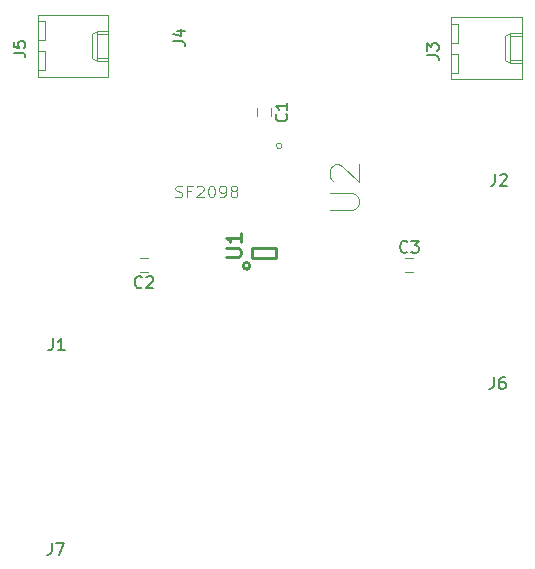
<source format=gto>
%TF.GenerationSoftware,KiCad,Pcbnew,(2017-10-17 revision 537804b)-master*%
%TF.CreationDate,2018-09-04T11:21:01+02:00*%
%TF.ProjectId,rf_matching,72665F6D61746368696E672E6B696361,rev?*%
%TF.SameCoordinates,Original*%
%TF.FileFunction,Legend,Top*%
%TF.FilePolarity,Positive*%
%FSLAX46Y46*%
G04 Gerber Fmt 4.6, Leading zero omitted, Abs format (unit mm)*
G04 Created by KiCad (PCBNEW (2017-10-17 revision 537804b)-master) date Tuesday, 04 September 2018 'AMt' 11:21:01*
%MOMM*%
%LPD*%
G01*
G04 APERTURE LIST*
%ADD10C,0.120000*%
%ADD11C,0.254000*%
%ADD12C,0.100000*%
%ADD13C,0.150000*%
%ADD14C,0.050000*%
G04 APERTURE END LIST*
D10*
%TO.C,C1*%
X165050000Y-82050000D02*
X165050000Y-81350000D01*
X166250000Y-81350000D02*
X166250000Y-82050000D01*
%TO.C,C2*%
X155800000Y-95250000D02*
X155100000Y-95250000D01*
X155100000Y-94050000D02*
X155800000Y-94050000D01*
%TO.C,C3*%
X178275000Y-95250000D02*
X177575000Y-95250000D01*
X177575000Y-94050000D02*
X178275000Y-94050000D01*
%TO.C,J3*%
X181430000Y-78920000D02*
X187430000Y-78920000D01*
X187430000Y-78920000D02*
X187430000Y-73640000D01*
X187430000Y-73640000D02*
X181430000Y-73640000D01*
X181430000Y-73640000D02*
X181430000Y-78920000D01*
X187430000Y-77550000D02*
X186430000Y-77550000D01*
X186430000Y-77550000D02*
X186430000Y-75010000D01*
X186430000Y-75010000D02*
X187430000Y-75010000D01*
X186430000Y-77550000D02*
X186000000Y-77300000D01*
X186000000Y-77300000D02*
X186000000Y-75260000D01*
X186000000Y-75260000D02*
X186430000Y-75010000D01*
X187430000Y-77300000D02*
X186430000Y-77300000D01*
X187430000Y-75260000D02*
X186430000Y-75260000D01*
X181430000Y-78350000D02*
X182050000Y-78350000D01*
X182050000Y-78350000D02*
X182050000Y-76750000D01*
X182050000Y-76750000D02*
X181430000Y-76750000D01*
X181430000Y-75810000D02*
X182050000Y-75810000D01*
X182050000Y-75810000D02*
X182050000Y-74210000D01*
X182050000Y-74210000D02*
X181430000Y-74210000D01*
%TO.C,J5*%
X147075000Y-74010000D02*
X146455000Y-74010000D01*
X147075000Y-75610000D02*
X147075000Y-74010000D01*
X146455000Y-75610000D02*
X147075000Y-75610000D01*
X147075000Y-76550000D02*
X146455000Y-76550000D01*
X147075000Y-78150000D02*
X147075000Y-76550000D01*
X146455000Y-78150000D02*
X147075000Y-78150000D01*
X152455000Y-75060000D02*
X151455000Y-75060000D01*
X152455000Y-77100000D02*
X151455000Y-77100000D01*
X151025000Y-75060000D02*
X151455000Y-74810000D01*
X151025000Y-77100000D02*
X151025000Y-75060000D01*
X151455000Y-77350000D02*
X151025000Y-77100000D01*
X151455000Y-74810000D02*
X152455000Y-74810000D01*
X151455000Y-77350000D02*
X151455000Y-74810000D01*
X152455000Y-77350000D02*
X151455000Y-77350000D01*
X146455000Y-73440000D02*
X146455000Y-78720000D01*
X152455000Y-73440000D02*
X146455000Y-73440000D01*
X152455000Y-78720000D02*
X152455000Y-73440000D01*
X146455000Y-78720000D02*
X152455000Y-78720000D01*
D11*
%TO.C,U1*%
X166650000Y-93225000D02*
X164650000Y-93225000D01*
X164650000Y-93225000D02*
X164650000Y-94025000D01*
X164650000Y-94025000D02*
X166650000Y-94025000D01*
X166650000Y-94025000D02*
X166650000Y-93225000D01*
X164432843Y-94725000D02*
G75*
G03X164432843Y-94725000I-282843J0D01*
G01*
D12*
%TO.C,U2*%
X167144310Y-84560000D02*
G75*
G03X167144310Y-84560000I-234310J0D01*
G01*
%TO.C,C1*%
D13*
X167507142Y-81866666D02*
X167554761Y-81914285D01*
X167602380Y-82057142D01*
X167602380Y-82152380D01*
X167554761Y-82295238D01*
X167459523Y-82390476D01*
X167364285Y-82438095D01*
X167173809Y-82485714D01*
X167030952Y-82485714D01*
X166840476Y-82438095D01*
X166745238Y-82390476D01*
X166650000Y-82295238D01*
X166602380Y-82152380D01*
X166602380Y-82057142D01*
X166650000Y-81914285D01*
X166697619Y-81866666D01*
X167602380Y-80914285D02*
X167602380Y-81485714D01*
X167602380Y-81200000D02*
X166602380Y-81200000D01*
X166745238Y-81295238D01*
X166840476Y-81390476D01*
X166888095Y-81485714D01*
%TO.C,C2*%
X155283333Y-96507142D02*
X155235714Y-96554761D01*
X155092857Y-96602380D01*
X154997619Y-96602380D01*
X154854761Y-96554761D01*
X154759523Y-96459523D01*
X154711904Y-96364285D01*
X154664285Y-96173809D01*
X154664285Y-96030952D01*
X154711904Y-95840476D01*
X154759523Y-95745238D01*
X154854761Y-95650000D01*
X154997619Y-95602380D01*
X155092857Y-95602380D01*
X155235714Y-95650000D01*
X155283333Y-95697619D01*
X155664285Y-95697619D02*
X155711904Y-95650000D01*
X155807142Y-95602380D01*
X156045238Y-95602380D01*
X156140476Y-95650000D01*
X156188095Y-95697619D01*
X156235714Y-95792857D01*
X156235714Y-95888095D01*
X156188095Y-96030952D01*
X155616666Y-96602380D01*
X156235714Y-96602380D01*
%TO.C,C3*%
X177758333Y-93507142D02*
X177710714Y-93554761D01*
X177567857Y-93602380D01*
X177472619Y-93602380D01*
X177329761Y-93554761D01*
X177234523Y-93459523D01*
X177186904Y-93364285D01*
X177139285Y-93173809D01*
X177139285Y-93030952D01*
X177186904Y-92840476D01*
X177234523Y-92745238D01*
X177329761Y-92650000D01*
X177472619Y-92602380D01*
X177567857Y-92602380D01*
X177710714Y-92650000D01*
X177758333Y-92697619D01*
X178091666Y-92602380D02*
X178710714Y-92602380D01*
X178377380Y-92983333D01*
X178520238Y-92983333D01*
X178615476Y-93030952D01*
X178663095Y-93078571D01*
X178710714Y-93173809D01*
X178710714Y-93411904D01*
X178663095Y-93507142D01*
X178615476Y-93554761D01*
X178520238Y-93602380D01*
X178234523Y-93602380D01*
X178139285Y-93554761D01*
X178091666Y-93507142D01*
%TO.C,J3*%
X179402380Y-76883333D02*
X180116666Y-76883333D01*
X180259523Y-76930952D01*
X180354761Y-77026190D01*
X180402380Y-77169047D01*
X180402380Y-77264285D01*
X179402380Y-76502380D02*
X179402380Y-75883333D01*
X179783333Y-76216666D01*
X179783333Y-76073809D01*
X179830952Y-75978571D01*
X179878571Y-75930952D01*
X179973809Y-75883333D01*
X180211904Y-75883333D01*
X180307142Y-75930952D01*
X180354761Y-75978571D01*
X180402380Y-76073809D01*
X180402380Y-76359523D01*
X180354761Y-76454761D01*
X180307142Y-76502380D01*
%TO.C,J5*%
X144427380Y-76683333D02*
X145141666Y-76683333D01*
X145284523Y-76730952D01*
X145379761Y-76826190D01*
X145427380Y-76969047D01*
X145427380Y-77064285D01*
X144427380Y-75730952D02*
X144427380Y-76207142D01*
X144903571Y-76254761D01*
X144855952Y-76207142D01*
X144808333Y-76111904D01*
X144808333Y-75873809D01*
X144855952Y-75778571D01*
X144903571Y-75730952D01*
X144998809Y-75683333D01*
X145236904Y-75683333D01*
X145332142Y-75730952D01*
X145379761Y-75778571D01*
X145427380Y-75873809D01*
X145427380Y-76111904D01*
X145379761Y-76207142D01*
X145332142Y-76254761D01*
%TO.C,U1*%
D11*
X162414523Y-93957619D02*
X163442619Y-93957619D01*
X163563571Y-93897142D01*
X163624047Y-93836666D01*
X163684523Y-93715714D01*
X163684523Y-93473809D01*
X163624047Y-93352857D01*
X163563571Y-93292380D01*
X163442619Y-93231904D01*
X162414523Y-93231904D01*
X163684523Y-91961904D02*
X163684523Y-92687619D01*
X163684523Y-92324761D02*
X162414523Y-92324761D01*
X162595952Y-92445714D01*
X162716904Y-92566666D01*
X162777380Y-92687619D01*
%TO.C,U2*%
D14*
X171199647Y-89955983D02*
X173172375Y-89955983D01*
X173404461Y-89839940D01*
X173520504Y-89723898D01*
X173636547Y-89491812D01*
X173636547Y-89027640D01*
X173520504Y-88795555D01*
X173404461Y-88679512D01*
X173172375Y-88563469D01*
X171199647Y-88563469D01*
X171431732Y-87519083D02*
X171315690Y-87403040D01*
X171199647Y-87170955D01*
X171199647Y-86590740D01*
X171315690Y-86358655D01*
X171431732Y-86242612D01*
X171663818Y-86126569D01*
X171895904Y-86126569D01*
X172244032Y-86242612D01*
X173636547Y-87635126D01*
X173636547Y-86126569D01*
X158130952Y-88879761D02*
X158273809Y-88927380D01*
X158511904Y-88927380D01*
X158607142Y-88879761D01*
X158654761Y-88832142D01*
X158702380Y-88736904D01*
X158702380Y-88641666D01*
X158654761Y-88546428D01*
X158607142Y-88498809D01*
X158511904Y-88451190D01*
X158321428Y-88403571D01*
X158226190Y-88355952D01*
X158178571Y-88308333D01*
X158130952Y-88213095D01*
X158130952Y-88117857D01*
X158178571Y-88022619D01*
X158226190Y-87975000D01*
X158321428Y-87927380D01*
X158559523Y-87927380D01*
X158702380Y-87975000D01*
X159464285Y-88403571D02*
X159130952Y-88403571D01*
X159130952Y-88927380D02*
X159130952Y-87927380D01*
X159607142Y-87927380D01*
X159940476Y-88022619D02*
X159988095Y-87975000D01*
X160083333Y-87927380D01*
X160321428Y-87927380D01*
X160416666Y-87975000D01*
X160464285Y-88022619D01*
X160511904Y-88117857D01*
X160511904Y-88213095D01*
X160464285Y-88355952D01*
X159892857Y-88927380D01*
X160511904Y-88927380D01*
X161130952Y-87927380D02*
X161226190Y-87927380D01*
X161321428Y-87975000D01*
X161369047Y-88022619D01*
X161416666Y-88117857D01*
X161464285Y-88308333D01*
X161464285Y-88546428D01*
X161416666Y-88736904D01*
X161369047Y-88832142D01*
X161321428Y-88879761D01*
X161226190Y-88927380D01*
X161130952Y-88927380D01*
X161035714Y-88879761D01*
X160988095Y-88832142D01*
X160940476Y-88736904D01*
X160892857Y-88546428D01*
X160892857Y-88308333D01*
X160940476Y-88117857D01*
X160988095Y-88022619D01*
X161035714Y-87975000D01*
X161130952Y-87927380D01*
X161940476Y-88927380D02*
X162130952Y-88927380D01*
X162226190Y-88879761D01*
X162273809Y-88832142D01*
X162369047Y-88689285D01*
X162416666Y-88498809D01*
X162416666Y-88117857D01*
X162369047Y-88022619D01*
X162321428Y-87975000D01*
X162226190Y-87927380D01*
X162035714Y-87927380D01*
X161940476Y-87975000D01*
X161892857Y-88022619D01*
X161845238Y-88117857D01*
X161845238Y-88355952D01*
X161892857Y-88451190D01*
X161940476Y-88498809D01*
X162035714Y-88546428D01*
X162226190Y-88546428D01*
X162321428Y-88498809D01*
X162369047Y-88451190D01*
X162416666Y-88355952D01*
X162988095Y-88355952D02*
X162892857Y-88308333D01*
X162845238Y-88260714D01*
X162797619Y-88165476D01*
X162797619Y-88117857D01*
X162845238Y-88022619D01*
X162892857Y-87975000D01*
X162988095Y-87927380D01*
X163178571Y-87927380D01*
X163273809Y-87975000D01*
X163321428Y-88022619D01*
X163369047Y-88117857D01*
X163369047Y-88165476D01*
X163321428Y-88260714D01*
X163273809Y-88308333D01*
X163178571Y-88355952D01*
X162988095Y-88355952D01*
X162892857Y-88403571D01*
X162845238Y-88451190D01*
X162797619Y-88546428D01*
X162797619Y-88736904D01*
X162845238Y-88832142D01*
X162892857Y-88879761D01*
X162988095Y-88927380D01*
X163178571Y-88927380D01*
X163273809Y-88879761D01*
X163321428Y-88832142D01*
X163369047Y-88736904D01*
X163369047Y-88546428D01*
X163321428Y-88451190D01*
X163273809Y-88403571D01*
X163178571Y-88355952D01*
%TO.C,J1*%
D13*
X147746666Y-100862380D02*
X147746666Y-101576666D01*
X147699047Y-101719523D01*
X147603809Y-101814761D01*
X147460952Y-101862380D01*
X147365714Y-101862380D01*
X148746666Y-101862380D02*
X148175238Y-101862380D01*
X148460952Y-101862380D02*
X148460952Y-100862380D01*
X148365714Y-101005238D01*
X148270476Y-101100476D01*
X148175238Y-101148095D01*
%TO.C,J2*%
X185186666Y-86942380D02*
X185186666Y-87656666D01*
X185139047Y-87799523D01*
X185043809Y-87894761D01*
X184900952Y-87942380D01*
X184805714Y-87942380D01*
X185615238Y-87037619D02*
X185662857Y-86990000D01*
X185758095Y-86942380D01*
X185996190Y-86942380D01*
X186091428Y-86990000D01*
X186139047Y-87037619D01*
X186186666Y-87132857D01*
X186186666Y-87228095D01*
X186139047Y-87370952D01*
X185567619Y-87942380D01*
X186186666Y-87942380D01*
%TO.C,J4*%
X157942380Y-75713333D02*
X158656666Y-75713333D01*
X158799523Y-75760952D01*
X158894761Y-75856190D01*
X158942380Y-75999047D01*
X158942380Y-76094285D01*
X158275714Y-74808571D02*
X158942380Y-74808571D01*
X157894761Y-75046666D02*
X158609047Y-75284761D01*
X158609047Y-74665714D01*
%TO.C,J6*%
X185086666Y-104142380D02*
X185086666Y-104856666D01*
X185039047Y-104999523D01*
X184943809Y-105094761D01*
X184800952Y-105142380D01*
X184705714Y-105142380D01*
X185991428Y-104142380D02*
X185800952Y-104142380D01*
X185705714Y-104190000D01*
X185658095Y-104237619D01*
X185562857Y-104380476D01*
X185515238Y-104570952D01*
X185515238Y-104951904D01*
X185562857Y-105047142D01*
X185610476Y-105094761D01*
X185705714Y-105142380D01*
X185896190Y-105142380D01*
X185991428Y-105094761D01*
X186039047Y-105047142D01*
X186086666Y-104951904D01*
X186086666Y-104713809D01*
X186039047Y-104618571D01*
X185991428Y-104570952D01*
X185896190Y-104523333D01*
X185705714Y-104523333D01*
X185610476Y-104570952D01*
X185562857Y-104618571D01*
X185515238Y-104713809D01*
%TO.C,J7*%
X147646666Y-118162380D02*
X147646666Y-118876666D01*
X147599047Y-119019523D01*
X147503809Y-119114761D01*
X147360952Y-119162380D01*
X147265714Y-119162380D01*
X148027619Y-118162380D02*
X148694285Y-118162380D01*
X148265714Y-119162380D01*
%TD*%
M02*

</source>
